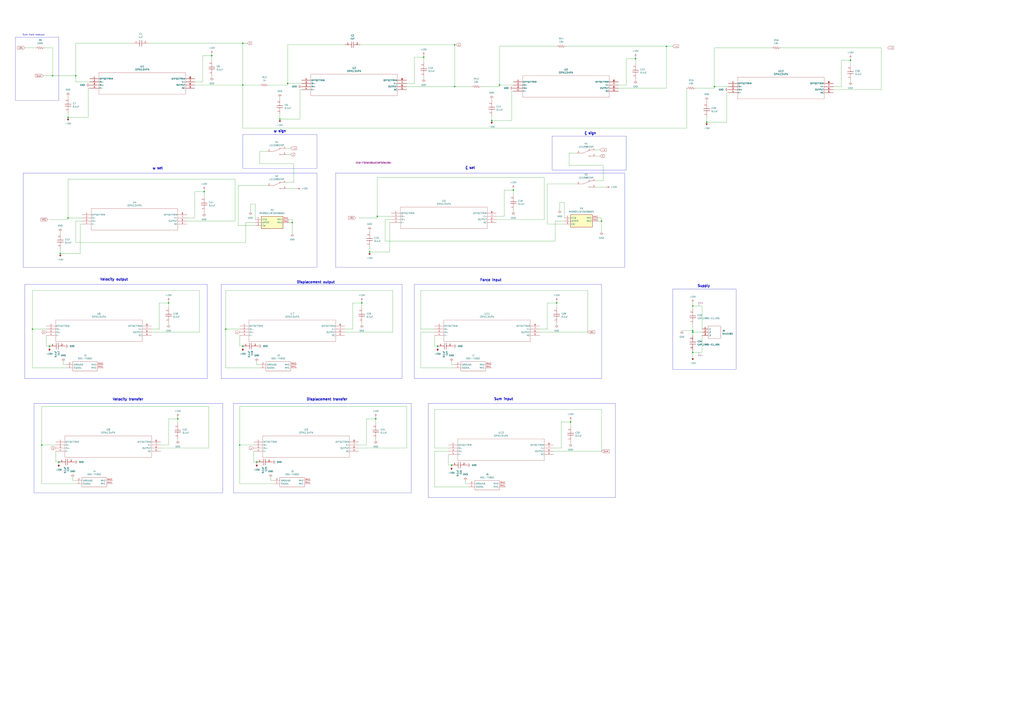
<source format=kicad_sch>
(kicad_sch (version 20250114) (generator "eeschema") (generator_version "9.0")
  (paper "A1")
  (rectangle (start 275.59 142.24) (end 513.08 219.71))
  (rectangle (start 12.7 30.48) (end 48.26 82.55))
  (rectangle (start 20.32 233.68) (end 170.18 311.15))
  (rectangle (start 351.79 331.47) (end 505.46 408.94))
  (rectangle (start 453.39 111.76) (end 514.35 139.7))
  (rectangle (start 181.61 233.68) (end 330.2 311.15))
  (rectangle (start 27.94 331.47) (end 182.88 405.13))
  (rectangle (start 191.77 331.47) (end 337.82 405.13))
  (rectangle (start 19.05 142.24) (end 260.35 219.71))
  (rectangle (start 199.39 110.49) (end 260.35 138.43))
  (rectangle (start 552.45 237.49) (end 604.52 303.53))
  (rectangle (start 340.36 233.68) (end 494.03 311.15))
  (text "ω sign" (at 224.79 108.966 0) (effects (font (size 2 2) (thickness 0.4) (bold yes)) (justify left bottom)))
  (text "Supply" (at 572.77 236.22 0) (effects (font (size 2 2) (thickness 0.4) (bold yes)) (justify left bottom)))
  (text "ζ sign\n" (at 479.806 110.744 0) (effects (font (size 2 2) (thickness 0.4) (bold yes)) (justify left bottom)))
  (text "Sum input" (at 405.638 329.184 0) (effects (font (size 2 2) (thickness 0.4) (bold yes)) (justify left bottom)))
  (text "Sum from modular" (at 27.686 28.702 0) (effects (font (size 1.27 1.27))))
  (text "Velocity output" (at 82.042 230.886 0) (effects (font (size 2 2) (thickness 0.4) (bold yes)) (justify left bottom)))
  (text "Force input" (at 394.208 231.394 0) (effects (font (size 2 2) (thickness 0.4) (bold yes)) (justify left bottom)))
  (text "ω set" (at 125.222 139.446 0) (effects (font (size 2 2) (thickness 0.4) (bold yes)) (justify left bottom)))
  (text "Velocity transfer\n" (at 92.456 329.438 0) (effects (font (size 2 2) (thickness 0.4) (bold yes)) (justify left bottom)))
  (text "Displacement output" (at 243.586 233.172 0) (effects (font (size 2 2) (thickness 0.4) (bold yes)) (justify left bottom)))
  (text "ζ set" (at 382.016 139.192 0) (effects (font (size 2 2) (thickness 0.4) (bold yes)) (justify left bottom)))
  (text "Displacement transfer\n" (at 251.714 329.438 0) (effects (font (size 2 2) (thickness 0.4) (bold yes)) (justify left bottom)))
  (junction (at 373.38 36.83))
  (junction (at 196.85 365.76))
  (junction (at 297.18 248.92))
  (junction (at 359.41 284.48))
  (junction (at 410.21 69.85))
  (junction (at 49.53 208.28))
  (junction (at 468.63 346.71))
  (junction (at 40.64 284.48))
  (junction (at 146.05 344.17))
  (junction (at 421.64 156.21))
  (junction (at 62.23 62.23))
  (junction (at 580.39 100.33))
  (junction (at 199.39 69.85))
  (junction (at 347.98 46.99))
  (junction (at 167.64 157.48))
  (junction (at 457.2 248.92))
  (junction (at 568.96 251.46))
  (junction (at 308.61 344.17))
  (junction (at 698.5 49.53))
  (junction (at 370.84 382.27))
  (junction (at 229.87 97.79))
  (junction (at 586.74 71.12))
  (junction (at 403.86 99.06))
  (junction (at 199.39 284.48))
  (junction (at 568.96 273.05))
  (junction (at 236.22 68.58))
  (junction (at 185.42 270.51))
  (junction (at 303.53 207.01))
  (junction (at 26.67 270.51))
  (junction (at 547.37 38.1))
  (junction (at 494.03 181.61))
  (junction (at 199.39 35.56))
  (junction (at 55.88 96.52))
  (junction (at 173.99 45.72))
  (junction (at 43.18 62.23))
  (junction (at 210.82 379.73))
  (junction (at 521.97 48.26))
  (junction (at 55.88 179.07))
  (junction (at 568.96 271.78))
  (junction (at 34.29 365.76))
  (junction (at 373.38 71.12))
  (junction (at 48.26 379.73))
  (junction (at 138.43 248.92))
  (junction (at 309.88 177.8))
  (junction (at 568.96 289.56))
  (junction (at 240.03 182.88))
  (wire (pts (xy 45.72 370.84) (xy 45.72 379.73)))
  (wire (pts (xy 289.56 270.51) (xy 289.56 248.92)))
  (wire (pts (xy 568.96 288.29) (xy 568.96 289.56)))
  (wire (pts (xy 199.39 284.48) (xy 199.39 285.75)))
  (wire (pts (xy 586.74 72.39) (xy 586.74 71.12)))
  (wire (pts (xy 586.74 39.37) (xy 586.74 71.12)))
  (wire (pts (xy 356.87 368.3) (xy 368.3 368.3)))
  (wire (pts (xy 160.02 157.48) (xy 167.64 157.48)))
  (wire (pts (xy 449.58 248.92) (xy 457.2 248.92)))
  (wire (pts (xy 491.49 181.61) (xy 494.03 181.61)))
  (wire (pts (xy 596.9 76.2) (xy 598.17 76.2)))
  (wire (pts (xy 138.43 247.65) (xy 138.43 248.92)))
  (wire (pts (xy 414.02 177.8) (xy 414.02 156.21)))
  (wire (pts (xy 568.96 266.7) (xy 568.96 271.78)))
  (wire (pts (xy 55.88 180.34) (xy 55.88 179.07)))
  (wire (pts (xy 368.3 373.38) (xy 368.3 382.27)))
  (wire (pts (xy 467.36 135.89) (xy 467.36 125.73)))
  (wire (pts (xy 467.36 125.73) (xy 473.71 125.73)))
  (wire (pts (xy 576.58 275.59) (xy 576.58 289.56)))
  (wire (pts (xy 491.49 179.07) (xy 494.03 179.07)))
  (wire (pts (xy 36.83 39.37) (xy 43.18 39.37)))
  (wire (pts (xy 195.58 152.4) (xy 219.71 152.4)))
  (wire (pts (xy 521.97 64.77) (xy 521.97 66.04)))
  (wire (pts (xy 308.61 360.68) (xy 308.61 361.95)))
  (wire (pts (xy 130.81 270.51) (xy 130.81 248.92)))
  (wire (pts (xy 167.64 157.48) (xy 167.64 161.29)))
  (wire (pts (xy 370.84 299.72) (xy 373.38 299.72)))
  (wire (pts (xy 340.36 68.58) (xy 334.01 68.58)))
  (wire (pts (xy 55.88 96.52) (xy 72.39 96.52)))
  (wire (pts (xy 468.63 363.22) (xy 468.63 364.49)))
  (wire (pts (xy 356.87 370.84) (xy 368.3 370.84)))
  (wire (pts (xy 347.98 45.72) (xy 347.98 46.99)))
  (wire (pts (xy 294.64 179.07) (xy 309.88 179.07)))
  (wire (pts (xy 420.37 74.93) (xy 421.64 74.93)))
  (wire (pts (xy 241.3 134.62) (xy 213.36 134.62)))
  (wire (pts (xy 547.37 38.1) (xy 552.45 38.1)))
  (wire (pts (xy 146.05 342.9) (xy 146.05 344.17)))
  (wire (pts (xy 59.69 392.43) (xy 59.69 394.97)))
  (wire (pts (xy 55.88 147.32) (xy 55.88 179.07)))
  (wire (pts (xy 580.39 96.52) (xy 580.39 100.33)))
  (wire (pts (xy 62.23 62.23) (xy 62.23 67.31)))
  (wire (pts (xy 138.43 365.76) (xy 138.43 344.17)))
  (wire (pts (xy 43.18 62.23) (xy 62.23 62.23)))
  (wire (pts (xy 167.64 173.99) (xy 167.64 175.26)))
  (wire (pts (xy 356.87 336.55) (xy 356.87 368.3)))
  (wire (pts (xy 370.84 297.18) (xy 370.84 299.72)))
  (wire (pts (xy 410.21 69.85) (xy 421.64 69.85)))
  (wire (pts (xy 160.02 179.07) (xy 160.02 157.48)))
  (wire (pts (xy 26.67 238.76) (xy 163.83 238.76)))
  (wire (pts (xy 289.56 270.51) (xy 283.21 270.51)))
  (wire (pts (xy 234.95 121.92) (xy 238.76 121.92)))
  (wire (pts (xy 345.44 302.26) (xy 373.38 302.26)))
  (wire (pts (xy 166.37 67.31) (xy 160.02 67.31)))
  (wire (pts (xy 213.36 134.62) (xy 213.36 124.46)))
  (wire (pts (xy 457.2 248.92) (xy 457.2 252.73)))
  (wire (pts (xy 316.23 180.34) (xy 321.31 180.34)))
  (wire (pts (xy 66.04 184.15) (xy 66.04 208.28)))
  (wire (pts (xy 345.44 238.76) (xy 482.6 238.76)))
  (wire (pts (xy 26.67 302.26) (xy 54.61 302.26)))
  (wire (pts (xy 521.97 48.26) (xy 521.97 52.07)))
  (wire (pts (xy 488.95 123.19) (xy 492.76 123.19)))
  (wire (pts (xy 449.58 270.51) (xy 449.58 248.92)))
  (wire (pts (xy 199.39 69.85) (xy 160.02 69.85)))
  (wire (pts (xy 723.9 73.66) (xy 684.53 73.66)))
  (wire (pts (xy 193.04 147.32) (xy 193.04 181.61)))
  (wire (pts (xy 340.36 46.99) (xy 347.98 46.99)))
  (wire (pts (xy 334.01 368.3) (xy 294.64 368.3)))
  (wire (pts (xy 596.9 76.2) (xy 596.9 100.33)))
  (wire (pts (xy 185.42 270.51) (xy 185.42 302.26)))
  (wire (pts (xy 482.6 238.76) (xy 482.6 273.05)))
  (wire (pts (xy 229.87 93.98) (xy 229.87 97.79)))
  (wire (pts (xy 55.88 179.07) (xy 67.31 179.07)))
  (wire (pts (xy 494.03 179.07) (xy 494.03 181.61)))
  (wire (pts (xy 49.53 204.47) (xy 49.53 208.28)))
  (wire (pts (xy 222.25 394.97) (xy 224.79 394.97)))
  (wire (pts (xy 26.67 238.76) (xy 26.67 270.51)))
  (wire (pts (xy 171.45 368.3) (xy 132.08 368.3)))
  (wire (pts (xy 488.95 128.27) (xy 492.76 128.27)))
  (wire (pts (xy 463.55 184.15) (xy 449.58 184.15)))
  (wire (pts (xy 641.35 39.37) (xy 723.9 39.37)))
  (wire (pts (xy 196.85 334.01) (xy 334.01 334.01)))
  (wire (pts (xy 370.84 382.27) (xy 370.84 383.54)))
  (wire (pts (xy 72.39 72.39) (xy 72.39 96.52)))
  (wire (pts (xy 568.96 289.56) (xy 568.96 293.37)))
  (wire (pts (xy 586.74 71.12) (xy 598.17 71.12)))
  (wire (pts (xy 300.99 344.17) (xy 308.61 344.17)))
  (wire (pts (xy 66.04 184.15) (xy 67.31 184.15)))
  (wire (pts (xy 373.38 36.83) (xy 373.38 71.12)))
  (wire (pts (xy 196.85 365.76) (xy 208.28 365.76)))
  (wire (pts (xy 382.27 397.51) (xy 384.81 397.51)))
  (wire (pts (xy 40.64 180.34) (xy 55.88 180.34)))
  (wire (pts (xy 421.64 172.72) (xy 421.64 173.99)))
  (wire (pts (xy 130.81 270.51) (xy 124.46 270.51)))
  (wire (pts (xy 320.04 182.88) (xy 320.04 207.01)))
  (wire (pts (xy 347.98 63.5) (xy 347.98 64.77)))
  (wire (pts (xy 322.58 273.05) (xy 283.21 273.05)))
  (wire (pts (xy 403.86 81.28) (xy 403.86 82.55)))
  (wire (pts (xy 196.85 365.76) (xy 196.85 397.51)))
  (wire (pts (xy 345.44 302.26) (xy 345.44 273.05)))
  (wire (pts (xy 222.25 392.43) (xy 222.25 394.97)))
  (wire (pts (xy 308.61 342.9) (xy 308.61 344.17)))
  (wire (pts (xy 514.35 69.85) (xy 514.35 48.26)))
  (wire (pts (xy 62.23 62.23) (xy 62.23 35.56)))
  (wire (pts (xy 236.22 36.83) (xy 283.21 36.83)))
  (wire (pts (xy 138.43 365.76) (xy 132.08 365.76)))
  (wire (pts (xy 571.5 72.39) (xy 586.74 72.39)))
  (wire (pts (xy 461.01 346.71) (xy 468.63 346.71)))
  (wire (pts (xy 495.3 135.89) (xy 495.3 148.59)))
  (wire (pts (xy 240.03 182.88) (xy 240.03 191.77)))
  (wire (pts (xy 201.93 182.88) (xy 209.55 182.88)))
  (wire (pts (xy 201.93 182.88) (xy 201.93 199.39)))
  (wire (pts (xy 560.07 271.78) (xy 568.96 271.78)))
  (wire (pts (xy 185.42 238.76) (xy 185.42 270.51)))
  (wire (pts (xy 308.61 344.17) (xy 308.61 347.98)))
  (wire (pts (xy 146.05 360.68) (xy 146.05 361.95)))
  (wire (pts (xy 55.88 92.71) (xy 55.88 96.52)))
  (wire (pts (xy 185.42 238.76) (xy 322.58 238.76)))
  (wire (pts (xy 303.53 207.01) (xy 320.04 207.01)))
  (wire (pts (xy 414.02 156.21) (xy 421.64 156.21)))
  (wire (pts (xy 370.84 382.27) (xy 368.3 382.27)))
  (wire (pts (xy 241.3 149.86) (xy 241.3 134.62)))
  (wire (pts (xy 196.85 334.01) (xy 196.85 365.76)))
  (wire (pts (xy 347.98 46.99) (xy 347.98 50.8)))
  (wire (pts (xy 482.6 273.05) (xy 443.23 273.05)))
  (wire (pts (xy 461.01 368.3) (xy 461.01 346.71)))
  (wire (pts (xy 34.29 365.76) (xy 34.29 397.51)))
  (wire (pts (xy 72.39 72.39) (xy 73.66 72.39)))
  (wire (pts (xy 403.86 95.25) (xy 403.86 99.06)))
  (wire (pts (xy 130.81 248.92) (xy 138.43 248.92)))
  (wire (pts (xy 410.21 38.1) (xy 410.21 69.85)))
  (wire (pts (xy 563.88 72.39) (xy 563.88 105.41)))
  (wire (pts (xy 167.64 156.21) (xy 167.64 157.48)))
  (wire (pts (xy 210.82 379.73) (xy 208.28 379.73)))
  (wire (pts (xy 410.21 38.1) (xy 457.2 38.1)))
  (wire (pts (xy 382.27 394.97) (xy 382.27 397.51)))
  (wire (pts (xy 193.04 181.61) (xy 153.67 181.61)))
  (wire (pts (xy 457.2 265.43) (xy 457.2 266.7)))
  (wire (pts (xy 237.49 180.34) (xy 240.03 180.34)))
  (wire (pts (xy 394.97 71.12) (xy 410.21 71.12)))
  (wire (pts (xy 359.41 284.48) (xy 359.41 285.75)))
  (wire (pts (xy 488.95 153.67) (xy 497.84 153.67)))
  (wire (pts (xy 580.39 82.55) (xy 580.39 83.82)))
  (wire (pts (xy 34.29 365.76) (xy 45.72 365.76)))
  (wire (pts (xy 210.82 299.72) (xy 213.36 299.72)))
  (wire (pts (xy 199.39 105.41) (xy 563.88 105.41)))
  (wire (pts (xy 43.18 39.37) (xy 43.18 62.23)))
  (wire (pts (xy 345.44 270.51) (xy 356.87 270.51)))
  (wire (pts (xy 547.37 72.39) (xy 508 72.39)))
  (wire (pts (xy 698.5 66.04) (xy 698.5 67.31)))
  (wire (pts (xy 40.64 284.48) (xy 38.1 284.48)))
  (wire (pts (xy 220.98 69.85) (xy 236.22 69.85)))
  (wire (pts (xy 236.22 68.58) (xy 247.65 68.58)))
  (wire (pts (xy 34.29 334.01) (xy 34.29 365.76)))
  (wire (pts (xy 723.9 39.37) (xy 723.9 73.66)))
  (wire (pts (xy 447.04 180.34) (xy 407.67 180.34)))
  (wire (pts (xy 421.64 156.21) (xy 421.64 160.02)))
  (wire (pts (xy 303.53 189.23) (xy 303.53 190.5)))
  (wire (pts (xy 59.69 394.97) (xy 62.23 394.97)))
  (wire (pts (xy 421.64 154.94) (xy 421.64 156.21)))
  (wire (pts (xy 62.23 199.39) (xy 62.23 181.61)))
  (wire (pts (xy 457.2 247.65) (xy 457.2 248.92)))
  (wire (pts (xy 163.83 273.05) (xy 124.46 273.05)))
  (wire (pts (xy 199.39 284.48) (xy 196.85 284.48)))
  (wire (pts (xy 576.58 270.51) (xy 576.58 251.46)))
  (wire (pts (xy 309.88 146.05) (xy 309.88 177.8)))
  (wire (pts (xy 494.03 336.55) (xy 494.03 370.84)))
  (wire (pts (xy 185.42 302.26) (xy 213.36 302.26)))
  (wire (pts (xy 234.95 154.94) (xy 243.84 154.94)))
  (wire (pts (xy 48.26 379.73) (xy 45.72 379.73)))
  (wire (pts (xy 488.95 148.59) (xy 495.3 148.59)))
  (wire (pts (xy 48.26 379.73) (xy 48.26 381)))
  (wire (pts (xy 138.43 248.92) (xy 138.43 252.73)))
  (wire (pts (xy 455.93 198.12) (xy 316.23 198.12)))
  (wire (pts (xy 568.96 251.46) (xy 568.96 254)))
  (wire (pts (xy 208.28 370.84) (xy 208.28 379.73)))
  (wire (pts (xy 121.92 35.56) (xy 199.39 35.56)))
  (wire (pts (xy 196.85 275.59) (xy 196.85 284.48)))
  (wire (pts (xy 468.63 345.44) (xy 468.63 346.71)))
  (wire (pts (xy 420.37 74.93) (xy 420.37 99.06)))
  (wire (pts (xy 297.18 248.92) (xy 297.18 252.73)))
  (wire (pts (xy 173.99 44.45) (xy 173.99 45.72)))
  (wire (pts (xy 209.55 167.64) (xy 209.55 180.34)))
  (wire (pts (xy 229.87 80.01) (xy 229.87 81.28)))
  (wire (pts (xy 163.83 238.76) (xy 163.83 273.05)))
  (wire (pts (xy 690.88 71.12) (xy 690.88 49.53)))
  (wire (pts (xy 26.67 270.51) (xy 26.67 302.26)))
  (wire (pts (xy 62.23 67.31) (xy 73.66 67.31)))
  (wire (pts (xy 309.88 179.07) (xy 309.88 177.8)))
  (wire (pts (xy 49.53 208.28) (xy 66.04 208.28)))
  (wire (pts (xy 173.99 62.23) (xy 173.99 63.5)))
  (wire (pts (xy 547.37 38.1) (xy 547.37 72.39)))
  (wire (pts (xy 461.01 368.3) (xy 454.66 368.3)))
  (wire (pts (xy 52.07 297.18) (xy 52.07 299.72)))
  (wire (pts (xy 698.5 49.53) (xy 698.5 53.34)))
  (wire (pts (xy 521.97 46.99) (xy 521.97 48.26)))
  (wire (pts (xy 138.43 265.43) (xy 138.43 266.7)))
  (wire (pts (xy 240.03 180.34) (xy 240.03 182.88)))
  (wire (pts (xy 334.01 334.01) (xy 334.01 368.3)))
  (wire (pts (xy 289.56 248.92) (xy 297.18 248.92)))
  (wire (pts (xy 690.88 49.53) (xy 698.5 49.53)))
  (wire (pts (xy 495.3 135.89) (xy 467.36 135.89)))
  (wire (pts (xy 40.64 284.48) (xy 40.64 285.75)))
  (wire (pts (xy 297.18 247.65) (xy 297.18 248.92)))
  (wire (pts (xy 236.22 36.83) (xy 236.22 68.58)))
  (wire (pts (xy 316.23 198.12) (xy 316.23 180.34)))
  (wire (pts (xy 297.18 265.43) (xy 297.18 266.7)))
  (wire (pts (xy 49.53 190.5) (xy 49.53 191.77)))
  (wire (pts (xy 300.99 365.76) (xy 300.99 344.17)))
  (wire (pts (xy 210.82 379.73) (xy 210.82 381)))
  (wire (pts (xy 514.35 48.26) (xy 521.97 48.26)))
  (wire (pts (xy 246.38 73.66) (xy 247.65 73.66)))
  (wire (pts (xy 55.88 147.32) (xy 193.04 147.32)))
  (wire (pts (xy 345.44 273.05) (xy 356.87 273.05)))
  (wire (pts (xy 199.39 69.85) (xy 199.39 105.41)))
  (wire (pts (xy 586.74 39.37) (xy 633.73 39.37)))
  (wire (pts (xy 138.43 344.17) (xy 146.05 344.17)))
  (wire (pts (xy 356.87 336.55) (xy 494.03 336.55)))
  (wire (pts (xy 514.35 69.85) (xy 508 69.85)))
  (wire (pts (xy 295.91 36.83) (xy 373.38 36.83)))
  (wire (pts (xy 468.63 346.71) (xy 468.63 350.52)))
  (wire (pts (xy 410.21 71.12) (xy 410.21 69.85)))
  (wire (pts (xy 229.87 97.79) (xy 246.38 97.79)))
  (wire (pts (xy 345.44 238.76) (xy 345.44 270.51)))
  (wire (pts (xy 459.74 166.37) (xy 459.74 172.72)))
  (wire (pts (xy 166.37 67.31) (xy 166.37 45.72)))
  (wire (pts (xy 303.53 203.2) (xy 303.53 207.01)))
  (wire (pts (xy 455.93 181.61) (xy 463.55 181.61)))
  (wire (pts (xy 576.58 273.05) (xy 568.96 273.05)))
  (wire (pts (xy 356.87 400.05) (xy 384.81 400.05)))
  (wire (pts (xy 26.67 270.51) (xy 38.1 270.51)))
  (wire (pts (xy 201.93 199.39) (xy 62.23 199.39)))
  (wire (pts (xy 300.99 365.76) (xy 294.64 365.76)))
  (wire (pts (xy 356.87 400.05) (xy 356.87 370.84)))
  (wire (pts (xy 210.82 297.18) (xy 210.82 299.72)))
  (wire (pts (xy 494.03 370.84) (xy 454.66 370.84)))
  (wire (pts (xy 568.96 273.05) (xy 568.96 275.59)))
  (wire (pts (xy 246.38 73.66) (xy 246.38 97.79)))
  (wire (pts (xy 205.74 167.64) (xy 205.74 173.99)))
  (wire (pts (xy 20.32 39.37) (xy 29.21 39.37)))
  (wire (pts (xy 309.88 146.05) (xy 447.04 146.05)))
  (wire (pts (xy 494.03 181.61) (xy 494.03 190.5)))
  (wire (pts (xy 234.95 127) (xy 238.76 127)))
  (wire (pts (xy 35.56 62.23) (xy 43.18 62.23)))
  (wire (pts (xy 320.04 182.88) (xy 321.31 182.88)))
  (wire (pts (xy 414.02 177.8) (xy 407.67 177.8)))
  (wire (pts (xy 373.38 71.12) (xy 387.35 71.12)))
  (wire (pts (xy 576.58 251.46) (xy 568.96 251.46)))
  (wire (pts (xy 171.45 334.01) (xy 171.45 368.3)))
  (wire (pts (xy 195.58 185.42) (xy 195.58 152.4)))
  (wire (pts (xy 690.88 71.12) (xy 684.53 71.12)))
  (wire (pts (xy 34.29 397.51) (xy 62.23 397.51)))
  (wire (pts (xy 236.22 69.85) (xy 236.22 68.58)))
  (wire (pts (xy 38.1 275.59) (xy 38.1 284.48)))
  (wire (pts (xy 459.74 166.37) (xy 463.55 166.37)))
  (wire (pts (xy 464.82 38.1) (xy 547.37 38.1)))
  (wire (pts (xy 199.39 69.85) (xy 213.36 69.85)))
  (wire (pts (xy 199.39 35.56) (xy 199.39 69.85)))
  (wire (pts (xy 62.23 181.61) (xy 67.31 181.61)))
  (wire (pts (xy 34.29 334.01) (xy 171.45 334.01)))
  (wire (pts (xy 185.42 270.51) (xy 196.85 270.51)))
  (wire (pts (xy 373.38 71.12) (xy 334.01 71.12)))
  (wire (pts (xy 455.93 181.61) (xy 455.93 198.12)))
  (wire (pts (xy 196.85 397.51) (xy 224.79 397.51)))
  (wire (pts (xy 403.86 99.06) (xy 420.37 99.06)))
  (wire (pts (xy 568.96 248.92) (xy 568.96 251.46)))
  (wire (pts (xy 449.58 270.51) (xy 443.23 270.51)))
  (wire (pts (xy 449.58 184.15) (xy 449.58 151.13)))
  (wire (pts (xy 359.41 284.48) (xy 356.87 284.48)))
  (wire (pts (xy 356.87 275.59) (xy 356.87 284.48)))
  (wire (pts (xy 146.05 344.17) (xy 146.05 347.98)))
  (wire (pts (xy 237.49 182.88) (xy 240.03 182.88)))
  (wire (pts (xy 62.23 35.56) (xy 109.22 35.56)))
  (wire (pts (xy 322.58 238.76) (xy 322.58 273.05)))
  (wire (pts (xy 199.39 35.56) (xy 203.2 35.56)))
  (wire (pts (xy 309.88 177.8) (xy 321.31 177.8)))
  (wire (pts (xy 580.39 100.33) (xy 596.9 100.33)))
  (wire (pts (xy 166.37 45.72) (xy 173.99 45.72)))
  (wire (pts (xy 209.55 185.42) (xy 195.58 185.42)))
  (wire (pts (xy 173.99 45.72) (xy 173.99 49.53)))
  (wire (pts (xy 568.96 271.78) (xy 568.96 273.05)))
  (wire (pts (xy 160.02 179.07) (xy 153.67 179.07)))
  (wire (pts (xy 205.74 167.64) (xy 209.55 167.64)))
  (wire (pts (xy 52.07 299.72) (xy 54.61 299.72)))
  (wire (pts (xy 449.58 151.13) (xy 473.71 151.13)))
  (wire (pts (xy 213.36 124.46) (xy 219.71 124.46)))
  (wire (pts (xy 373.38 36.83) (xy 374.65 36.83)))
  (wire (pts (xy 55.88 78.74) (xy 55.88 80.01)))
  (wire (pts (xy 576.58 289.56) (xy 568.96 289.56)))
  (wire (pts (xy 340.36 68.58) (xy 340.36 46.99)))
  (wire (pts (xy 234.95 149.86) (xy 241.3 149.86)))
  (wire (pts (xy 447.04 146.05) (xy 447.04 180.34)))
  (wire (pts (xy 463.55 166.37) (xy 463.55 179.07)))
  (wire (pts (xy 698.5 48.26) (xy 698.5 49.53)))
  (global_label "V" (shape input) (at 492.76 128.27 0) (property "Intersheetrefs" "${INTERSHEET_REFS}" (effects (hide yes))))
  (global_label "-x" (shape input) (at 552.45 38.1 0) (property "Intersheetrefs" "${INTERSHEET_REFS}" (effects (hide yes))))
  (global_label "V" (shape input) (at 38.1 273.05 180) (property "Intersheetrefs" "${INTERSHEET_REFS}" (effects (hide yes))))
  (global_label "VR4" (shape input) (at 20.32 39.37 180) (property "Intersheetrefs" "${INTERSHEET_REFS}" (effects (hide yes))))
  (global_label "-V" (shape input) (at 728.98 39.37 0) (property "Intersheetrefs" "${INTERSHEET_REFS}" (effects (hide yes))))
  (global_label "x" (shape input) (at 208.28 368.3 180) (property "Intersheetrefs" "${INTERSHEET_REFS}" (effects (hide yes))))
  (global_label "V" (shape input) (at 45.72 368.3 180) (property "Intersheetrefs" "${INTERSHEET_REFS}" (effects (hide yes))))
  (global_label "x" (shape input) (at 374.65 36.83 0) (property "Intersheetrefs" "${INTERSHEET_REFS}" (effects (hide yes))))
  (global_label "x" (shape input) (at 196.85 273.05 180) (property "Intersheetrefs" "${INTERSHEET_REFS}" (effects (hide yes))))
  (global_label "VR1" (shape input) (at 292.1 179.07 180) (property "Intersheetrefs" "${INTERSHEET_REFS}" (effects (hide yes))))
  (global_label "VR4" (shape input) (at 482.6 273.05 0) (property "Intersheetrefs" "${INTERSHEET_REFS}" (effects (hide yes))))
  (global_label "Sum" (shape input) (at 494.03 370.84 0) (property "Intersheetrefs" "${INTERSHEET_REFS}" (effects (hide yes))))
  (global_label "-x" (shape input) (at 238.76 121.92 0) (property "Intersheetrefs" "${INTERSHEET_REFS}" (effects (hide yes))))
  (global_label "Sum" (shape input) (at 35.56 62.23 180) (property "Intersheetrefs" "${INTERSHEET_REFS}" (effects (hide yes))))
  (global_label "x" (shape input) (at 238.76 127 0) (property "Intersheetrefs" "${INTERSHEET_REFS}" (effects (hide yes))))
  (global_label "-V" (shape input) (at 492.76 123.19 0) (property "Intersheetrefs" "${INTERSHEET_REFS}" (effects (hide yes))))
  (global_label "V" (shape input) (at 203.2 35.56 0) (property "Intersheetrefs" "${INTERSHEET_REFS}" (effects (hide yes))))
  (global_label "VR2" (shape input) (at 39.37 180.34 180) (property "Intersheetrefs" "${INTERSHEET_REFS}" (effects (hide yes))))
  (netclass_flag "" (length 2.54) (shape round) (at 574.04 251.46 0) (property "Netclass" "V+" (at 574.7385 248.92 0) (effects (font (italic yes)) (justify left))))
  (netclass_flag "" (length 2.54) (shape round) (at 574.04 289.56 180) (property "Netclass" "V-" (at 574.7385 292.1 0) (effects (font (italic yes)) (justify left))))
  (symbol (lib_id "power:GND") (at 468.63 364.49 0) (unit 1)
    (property "Reference" "#PWR074" (effects (hide yes)))
    (property "Value" "GND" (at 468.63 369.57 0))
  )
  (symbol (lib_id "LC1258EENP:LC1258EENP") (at 481.33 125.73 0) (unit 1)
    (property "Reference" "S4" (at 481.33 118.11 0))
    (property "Value" "LC1258EENP" (at 481.33 120.65 0))
    (property "Footprint" "LC1258EENP:SW_LC1258EENP" (effects (hide yes)))
    (property "PARTREV" "C" (effects (hide yes)))
    (property "SNAPEDA_PN" "LC1258EENP" (effects (hide yes)))
    (property "STANDARD" "Manufacturer Recommendations" (effects (hide yes)))
    (property "MAXIMUM_PACKAGE_HEIGHT" "8.3 mm" (effects (hide yes)))
    (property "MANUFACTURER" "E-Switch" (effects (hide yes)))
  )
  (symbol (lib_id "power:GND") (at 383.54 382.27 90) (unit 1)
    (property "Reference" "#PWR073" (effects (hide yes)))
    (property "Value" "GND" (at 387.35 382.2699 90) (effects (justify right)))
  )
  (symbol (lib_id "power:+15V") (at 243.84 154.94 270) (unit 1)
    (property "Reference" "#PWR060" (effects (hide yes)))
    (property "Value" "+15V" (at 247.65 154.9399 90) (effects (justify left)))
  )
  (symbol (lib_id "2025-12-18_09-12-02:OPA134PA") (at 73.66 64.77 0) (unit 1)
    (property "Reference" "U1" (at 116.84 54.61 0) (effects (font (size 1.524 1.524))))
    (property "Value" "OPA134PA" (at 116.84 57.15 0) (effects (font (size 1.524 1.524))))
    (property "Footprint" "OPA134:P8" (effects (hide yes)))
    (property "Datasheet" "https://www.ti.com/lit/gpn/opa134" (effects (hide yes)))
  )
  (symbol (lib_id "power:+15V") (at 146.05 342.9 0) (unit 1)
    (property "Reference" "#PWR015" (effects (hide yes)))
    (property "Value" "+15V" (at 146.05 337.82 0))
  )
  (symbol (lib_id "2025-12-18_09-12-02:OPA134PA") (at 196.85 267.97 0) (unit 1)
    (property "Reference" "U7" (at 240.03 257.81 0) (effects (font (size 1.524 1.524))))
    (property "Value" "OPA134PA" (at 240.03 260.35 0) (effects (font (size 1.524 1.524))))
    (property "Footprint" "OPA134:P8" (effects (hide yes)))
    (property "Datasheet" "https://www.ti.com/lit/gpn/opa134" (effects (hide yes)))
  )
  (symbol (lib_id "ECW-FD2W105J:ECW-FD2W105J") (at 40.64 284.48 0) (unit 1)
    (property "Reference" "C17" (at 48.2601 288.29 90) (effects (justify right)))
    (property "Value" "0.1uF" (at 45.7201 288.29 90) (effects (justify right)))
    (property "Footprint" "Capacitor_THT:C_Rect_L13.0mm_W6.5mm_P7.50mm_P10.00mm" (effects (hide yes)))
  )
  (symbol (lib_id "power:-15V") (at 568.96 293.37 180) (unit 1)
    (property "Reference" "#PWR058" (effects (hide yes)))
    (property "Value" "-15V" (at 568.96 298.45 0))
  )
  (symbol (lib_id "ECW-FD2W105J:ECW-FD2W105J") (at 297.18 265.43 90) (unit 1)
    (property "Reference" "C20" (at 300.99 257.8099 90) (effects (justify right)))
    (property "Value" "0.1uF" (at 300.99 260.3499 90) (effects (justify right)))
    (property "Footprint" "Capacitor_THT:C_Rect_L13.0mm_W6.5mm_P7.50mm_P10.00mm" (effects (hide yes)))
  )
  (symbol (lib_id "2025-12-18_09-12-02:OPA134PA") (at 38.1 267.97 0) (unit 1)
    (property "Reference" "U6" (at 81.28 257.81 0) (effects (font (size 1.524 1.524))))
    (property "Value" "OPA134PA" (at 81.28 260.35 0) (effects (font (size 1.524 1.524))))
    (property "Footprint" "OPA134:P8" (effects (hide yes)))
    (property "Datasheet" "https://www.ti.com/lit/gpn/opa134" (effects (hide yes)))
  )
  (symbol (lib_id "RK09D113F25C0B504:RK09D113F25C0B504") (at 209.55 180.34 0) (unit 1)
    (property "Reference" "P2" (at 223.52 172.72 0))
    (property "Value" "RK09D113F25C0B504" (at 223.52 175.26 0))
    (property "Footprint" "LIB_RK09D113F25C0B504:RK09D113F25C0B504" (effects (hide yes)))
    (property "Datasheet" "https://www.google.com/url?sa=t&rct=j&q=&esrc=s&source=web&cd=&ved=2ahUKEwjZ4p3nqJP2AhUPHxoKHa9WDbsQFnoECAkQAQ&url=https%3A%2F%2Ftech.alpsalpine.com%2Fprod%2Fe%2Fpdf%2Fpotentiometer%2Frotarypotentiometers%2Frk09k%2Frk09k.pdf&usg=AOvVaw1V8Li5X_BevBLehA-3mp" (effects (hide yes)))
    (property "Height" "25" (effects (hide yes)))
    (property "Mouser Part Number" "688-RK09D113F25-500K" (effects (hide yes)))
    (property "Mouser Price/Stock" "https://www.mouser.co.uk/ProductDetail/Alps-Alpine/RK09D113F25C0B504?qs=7Sb4WzetO8%252B4m0Y%252B8hcNJw%3D%3D" (effects (hide yes)))
    (property "Manufacturer_Name" "ALPS Electric" (effects (hide yes)))
    (property "Manufacturer_Part_Number" "RK09D113F25C0B504" (effects (hide yes)))
  )
  (symbol (lib_id "power:GND") (at 297.18 266.7 0) (unit 1)
    (property "Reference" "#PWR053" (effects (hide yes)))
    (property "Value" "GND" (at 297.18 271.78 0))
  )
  (symbol (lib_id "ECW-FD2W105J:ECW-FD2W105J") (at 421.64 172.72 90) (unit 1)
    (property "Reference" "C16" (at 425.45 165.0999 90) (effects (justify right)))
    (property "Value" "0.1uF" (at 425.45 167.6399 90) (effects (justify right)))
    (property "Footprint" "Capacitor_THT:C_Rect_L13.0mm_W6.5mm_P7.50mm_P10.00mm" (effects (hide yes)))
  )
  (symbol (lib_id "power:GND") (at 521.97 66.04 0) (unit 1)
    (property "Reference" "#PWR049" (effects (hide yes)))
    (property "Value" "GND" (at 521.97 71.12 0))
  )
  (symbol (lib_id "power:-15V") (at 359.41 285.75 180) (unit 1)
    (property "Reference" "#PWR062" (effects (hide yes)))
    (property "Value" "-15V" (at 359.41 290.83 0))
  )
  (symbol (lib_id "power:GND") (at 55.88 78.74 180) (unit 1)
    (property "Reference" "#PWR025" (effects (hide yes)))
    (property "Value" "GND" (at 55.88 73.66 0))
  )
  (symbol (lib_id "power:GND") (at 210.82 297.18 180) (unit 1)
    (property "Reference" "#PWR033" (effects (hide yes)))
    (property "Value" "GND" (at 210.82 292.1 0))
  )
  (symbol (lib_id "power:GND") (at 173.99 63.5 0) (unit 1)
    (property "Reference" "#PWR047" (effects (hide yes)))
    (property "Value" "GND" (at 173.99 68.58 0))
  )
  (symbol (lib_id "031-71052:031-71052") (at 62.23 394.97 0) (unit 1)
    (property "Reference" "J4" (at 77.47 387.35 0))
    (property "Value" "031-71052" (at 77.47 389.89 0))
    (property "Footprint" "031-71052:03171052" (effects (hide yes)))
    (property "Datasheet" "https://www.amphenolrf.com/library/download/link/link_id/594157/parent/031-71052/" (effects (hide yes)))
    (property "Description" "BNC Right Angle PCB Jack Through Hole Bulkhead Rear Mount 75 Ohm Isolated" (effects (hide yes)))
    (property "Height" "13.4" (effects (hide yes)))
    (property "Manufacturer_Name" "Amphenol" (effects (hide yes)))
    (property "Manufacturer_Part_Number" "031-71052" (effects (hide yes)))
  )
  (symbol (lib_id "LC1258EENP:LC1258EENP") (at 481.33 151.13 0) (unit 1)
    (property "Reference" "S3" (at 481.33 143.51 0))
    (property "Value" "LC1258EENP" (at 481.33 146.05 0))
    (property "Footprint" "LC1258EENP:SW_LC1258EENP" (effects (hide yes)))
    (property "PARTREV" "C" (effects (hide yes)))
    (property "SNAPEDA_PN" "LC1258EENP" (effects (hide yes)))
    (property "STANDARD" "Manufacturer Recommendations" (effects (hide yes)))
    (property "MAXIMUM_PACKAGE_HEIGHT" "8.3 mm" (effects (hide yes)))
    (property "MANUFACTURER" "E-Switch" (effects (hide yes)))
  )
  (symbol (lib_id "ECW-FD2W105J:ECW-FD2W105J") (at 521.97 64.77 90) (unit 1)
    (property "Reference" "C12" (at 525.78 57.1499 90) (effects (justify right)))
    (property "Value" "0.1uF" (at 525.78 59.6899 90) (effects (justify right)))
    (property "Footprint" "Capacitor_THT:C_Rect_L13.0mm_W6.5mm_P7.50mm_P10.00mm" (effects (hide yes)))
  )
  (symbol (lib_id "ECW-FD2W105J:ECW-FD2W105J") (at 48.26 379.73 0) (unit 1)
    (property "Reference" "C21" (at 55.8801 383.54 90) (effects (justify right)))
    (property "Value" "0.1uF" (at 53.3401 383.54 90) (effects (justify right)))
    (property "Footprint" "Capacitor_THT:C_Rect_L13.0mm_W6.5mm_P7.50mm_P10.00mm" (effects (hide yes)))
  )
  (symbol (lib_id "power:GND") (at 494.03 190.5 0) (unit 1)
    (property "Reference" "#PWR065" (effects (hide yes)))
    (property "Value" "GND" (at 494.03 195.58 0))
  )
  (symbol (lib_id "power:-15V") (at 580.39 100.33 180) (unit 1)
    (property "Reference" "#PWR069" (effects (hide yes)))
    (property "Value" "-15V" (at 580.39 105.41 0))
  )
  (symbol (lib_id "power:-15V") (at 303.53 207.01 180) (unit 1)
    (property "Reference" "#PWR040" (effects (hide yes)))
    (property "Value" "-15V" (at 303.53 212.09 0))
  )
  (symbol (lib_id "power:+15V") (at 497.84 153.67 270) (unit 1)
    (property "Reference" "#PWR061" (effects (hide yes)))
    (property "Value" "+15V" (at 501.65 153.6699 90) (effects (justify left)))
  )
  (symbol (lib_id "power:GND") (at 698.5 67.31 0) (unit 1)
    (property "Reference" "#PWR070" (effects (hide yes)))
    (property "Value" "GND" (at 698.5 72.39 0))
  )
  (symbol (lib_id "power:+15V") (at 568.96 248.92 0) (unit 1)
    (property "Reference" "#PWR056" (effects (hide yes)))
    (property "Value" "+15V" (at 568.96 243.84 0))
  )
  (symbol (lib_id "ECW-FD2W105J:ECW-FD2W105J") (at 283.21 36.83 0) (unit 1)
    (property "Reference" "C2" (at 289.56 29.21 0))
    (property "Value" "1uF" (at 289.56 31.75 0))
    (property "Footprint" "ECW-FD2W105J:ECWFD2W105J" (at 292.1 133.02 0) (effects (justify left top)))
    (property "Datasheet" "https://industrial.panasonic.com/cdbs/www-data/pdf/RDI0000/ABD0000C255.pdf" (effects (hide yes)))
    (property "Height" "11" (effects (hide yes)))
    (property "Mouser Part Number" "667-ECW-FD2W105J" (effects (hide yes)))
    (property "Mouser Price/Stock" "https://www.mouser.co.uk/ProductDetail/Panasonic/ECW-FD2W105J?qs=qeco7YeAuFAUNtGajKW2fQ%3D%3D" (effects (hide yes)))
    (property "Manufacturer_Name" "Panasonic" (effects (hide yes)))
    (property "Manufacturer_Part_Number" "ECW-FD2W105J" (effects (hide yes)))
  )
  (symbol (lib_id "power:-15V") (at 403.86 99.06 180) (unit 1)
    (property "Reference" "#PWR038" (effects (hide yes)))
    (property "Value" "-15V" (at 403.86 104.14 0))
  )
  (symbol (lib_name "GND_1") (lib_id "power:GND") (at 598.17 73.66 270) (unit 1)
    (property "Reference" "#PWR04" (effects (hide yes)))
    (property "Value" "GND" (at 594.36 73.6599 90) (effects (justify right)))
    (property "Description" "Power symbol creates a global label with name \"GND\" , ground" (effects (hide yes)))
  )
  (symbol (lib_id "ECW-FD2W105J:ECW-FD2W105J") (at 303.53 203.2 90) (unit 1)
    (property "Reference" "C15" (at 307.34 195.5799 90) (effects (justify right)))
    (property "Value" "0.1uF" (at 307.34 198.1199 90) (effects (justify right)))
    (property "Footprint" "Capacitor_THT:C_Rect_L13.0mm_W6.5mm_P7.50mm_P10.00mm" (effects (hide yes)))
  )
  (symbol (lib_id "ECW-FD2W105J:ECW-FD2W105J") (at 210.82 379.73 0) (unit 1)
    (property "Reference" "C23" (at 218.4401 383.54 90) (effects (justify right)))
    (property "Value" "0.1uF" (at 215.9001 383.54 90) (effects (justify right)))
    (property "Footprint" "Capacitor_THT:C_Rect_L13.0mm_W6.5mm_P7.50mm_P10.00mm" (effects (hide yes)))
  )
  (symbol (lib_id "031-71052:031-71052") (at 373.38 299.72 0) (unit 1)
    (property "Reference" "J7" (at 388.62 292.1 0))
    (property "Value" "031-71052" (at 388.62 294.64 0))
    (property "Footprint" "031-71052:03171052" (effects (hide yes)))
    (property "Datasheet" "https://www.amphenolrf.com/library/download/link/link_id/594157/parent/031-71052/" (effects (hide yes)))
    (property "Description" "BNC Right Angle PCB Jack Through Hole Bulkhead Rear Mount 75 Ohm Isolated" (effects (hide yes)))
    (property "Height" "13.4" (effects (hide yes)))
    (property "Manufacturer_Name" "Amphenol" (effects (hide yes)))
    (property "Manufacturer_Part_Number" "031-71052" (effects (hide yes)))
  )
  (symbol (lib_id "ECW-FD2W105J:ECW-FD2W105J") (at 55.88 92.71 90) (unit 1)
    (property "Reference" "C7" (at 59.69 85.0899 90) (effects (justify right)))
    (property "Value" "0.1uF" (at 59.69 87.6299 90) (effects (justify right)))
    (property "Footprint" "Capacitor_THT:C_Rect_L13.0mm_W6.5mm_P7.50mm_P10.00mm" (effects (hide yes)))
  )
  (symbol (lib_id "ECW-FD2W105J:ECW-FD2W105J") (at 359.41 284.48 0) (unit 1)
    (property "Reference" "C27" (at 367.0301 288.29 90) (effects (justify right)))
    (property "Value" "0.1uF" (at 364.4901 288.29 90) (effects (justify right)))
    (property "Footprint" "Capacitor_THT:C_Rect_L13.0mm_W6.5mm_P7.50mm_P10.00mm" (effects (hide yes)))
  )
  (symbol (lib_id "power:+15V") (at 138.43 247.65 0) (unit 1)
    (property "Reference" "#PWR013" (effects (hide yes)))
    (property "Value" "+15V" (at 138.43 242.57 0))
  )
  (symbol (lib_id "LC1258EENP:LC1258EENP") (at 227.33 124.46 0) (unit 1)
    (property "Reference" "S1" (at 227.33 116.84 0))
    (property "Value" "LC1258EENP" (at 227.33 119.38 0))
    (property "Footprint" "LC1258EENP:SW_LC1258EENP" (effects (hide yes)))
    (property "PARTREV" "C" (effects (hide yes)))
    (property "SNAPEDA_PN" "LC1258EENP" (effects (hide yes)))
    (property "STANDARD" "Manufacturer Recommendations" (effects (hide yes)))
    (property "MAXIMUM_PACKAGE_HEIGHT" "8.3 mm" (effects (hide yes)))
    (property "MANUFACTURER" "E-Switch" (effects (hide yes)))
  )
  (symbol (lib_id "power:+15V") (at 521.97 46.99 0) (unit 1)
    (property "Reference" "#PWR010" (effects (hide yes)))
    (property "Value" "+15V" (at 521.97 41.91 0))
  )
  (symbol (lib_id "power:+15V") (at 421.64 154.94 0) (unit 1)
    (property "Reference" "#PWR012" (effects (hide yes)))
    (property "Value" "+15V" (at 421.64 149.86 0))
  )
  (symbol (lib_id "2025-12-18_09-12-02:OPA134PA") (at 45.72 363.22 0) (unit 1)
    (property "Reference" "U8" (at 88.9 353.06 0) (effects (font (size 1.524 1.524))))
    (property "Value" "OPA134PA" (at 88.9 355.6 0) (effects (font (size 1.524 1.524))))
    (property "Footprint" "OPA134:P8" (effects (hide yes)))
    (property "Datasheet" "https://www.ti.com/lit/gpn/opa134" (effects (hide yes)))
  )
  (symbol (lib_id "power:GND") (at 59.69 392.43 180) (unit 1)
    (property "Reference" "#PWR034" (effects (hide yes)))
    (property "Value" "GND" (at 59.69 387.35 0))
  )
  (symbol (lib_id "power:GND") (at 308.61 361.95 0) (unit 1)
    (property "Reference" "#PWR055" (effects (hide yes)))
    (property "Value" "GND" (at 308.61 367.03 0))
  )
  (symbol (lib_id "power:GND") (at 240.03 191.77 0) (unit 1)
    (property "Reference" "#PWR064" (effects (hide yes)))
    (property "Value" "GND" (at 240.03 196.85 0))
  )
  (symbol (lib_name "GND_1") (lib_id "power:GND") (at 421.64 72.39 270) (unit 1)
    (property "Reference" "#PWR03" (effects (hide yes)))
    (property "Value" "GND" (at 417.83 72.3899 90) (effects (justify right)))
    (property "Description" "Power symbol creates a global label with name \"GND\" , ground" (effects (hide yes)))
  )
  (symbol (lib_id "ECW-FD2W105J:ECW-FD2W105J") (at 347.98 63.5 90) (unit 1)
    (property "Reference" "C10" (at 351.79 55.8799 90) (effects (justify right)))
    (property "Value" "0.1uF" (at 351.79 58.4199 90) (effects (justify right)))
    (property "Footprint" "Capacitor_THT:C_Rect_L13.0mm_W6.5mm_P7.50mm_P10.00mm" (effects (hide yes)))
  )
  (symbol (lib_id "2025-12-18_09-12-02:OPA134PA") (at 598.17 68.58 0) (unit 1)
    (property "Reference" "U12" (at 641.35 58.42 0) (effects (font (size 1.524 1.524))))
    (property "Value" "OPA134PA" (at 641.35 60.96 0) (effects (font (size 1.524 1.524))))
    (property "Footprint" "OPA134:P8" (effects (hide yes)))
    (property "Datasheet" "https://www.ti.com/lit/gpn/opa134" (effects (hide yes)))
  )
  (symbol (lib_id "power:+15V") (at 173.99 44.45 0) (unit 1)
    (property "Reference" "#PWR08" (effects (hide yes)))
    (property "Value" "+15V" (at 173.99 39.37 0))
  )
  (symbol (lib_id "power:+15V") (at 347.98 45.72 0) (unit 1)
    (property "Reference" "#PWR09" (effects (hide yes)))
    (property "Value" "+15V" (at 347.98 40.64 0))
  )
  (symbol (lib_id "power:GND") (at 347.98 64.77 0) (unit 1)
    (property "Reference" "#PWR048" (effects (hide yes)))
    (property "Value" "GND" (at 347.98 69.85 0))
  )
  (symbol (lib_id "power:-15V") (at 210.82 381 180) (unit 1)
    (property "Reference" "#PWR044" (effects (hide yes)))
    (property "Value" "-15V" (at 210.82 386.08 0))
  )
  (symbol (lib_id "power:GND") (at 303.53 189.23 180) (unit 1)
    (property "Reference" "#PWR029" (effects (hide yes)))
    (property "Value" "GND" (at 303.53 184.15 0))
  )
  (symbol (lib_id "ECW-FD2W105J:ECW-FD2W105J") (at 229.87 93.98 90) (unit 1)
    (property "Reference" "C9" (at 233.68 86.3599 90) (effects (justify right)))
    (property "Value" "0.1uF" (at 233.68 88.8999 90) (effects (justify right)))
    (property "Footprint" "Capacitor_THT:C_Rect_L13.0mm_W6.5mm_P7.50mm_P10.00mm" (effects (hide yes)))
  )
  (symbol (lib_id "031-71052:031-71052") (at 213.36 299.72 0) (unit 1)
    (property "Reference" "J3" (at 228.6 292.1 0))
    (property "Value" "031-71052" (at 228.6 294.64 0))
    (property "Footprint" "031-71052:03171052" (effects (hide yes)))
    (property "Datasheet" "https://www.amphenolrf.com/library/download/link/link_id/594157/parent/031-71052/" (effects (hide yes)))
    (property "Description" "BNC Right Angle PCB Jack Through Hole Bulkhead Rear Mount 75 Ohm Isolated" (effects (hide yes)))
    (property "Height" "13.4" (effects (hide yes)))
    (property "Manufacturer_Name" "Amphenol" (effects (hide yes)))
    (property "Manufacturer_Part_Number" "031-71052" (effects (hide yes)))
  )
  (symbol (lib_id "power:GND") (at 167.64 175.26 0) (unit 1)
    (property "Reference" "#PWR050" (effects (hide yes)))
    (property "Value" "GND" (at 167.64 180.34 0))
  )
  (symbol (lib_id "power:GND") (at 372.11 284.48 90) (unit 1)
    (property "Reference" "#PWR066" (effects (hide yes)))
    (property "Value" "GND" (at 375.92 284.4799 90) (effects (justify right)))
  )
  (symbol (lib_id "ECW-FD2W105J:ECW-FD2W105J") (at 468.63 363.22 90) (unit 1)
    (property "Reference" "C32" (at 472.44 355.5999 90) (effects (justify right)))
    (property "Value" "0.1uF" (at 472.44 358.1399 90) (effects (justify right)))
    (property "Footprint" "Capacitor_THT:C_Rect_L13.0mm_W6.5mm_P7.50mm_P10.00mm" (effects (hide yes)))
  )
  (symbol (lib_id "Device:R_US") (at 33.02 39.37 270) (unit 1)
    (property "Reference" "R8" (at 33.02 33.02 90))
    (property "Value" "100k" (at 33.02 35.56 90))
    (property "Footprint" "Resistor_THT:R_Axial_DIN0207_L6.3mm_D2.5mm_P7.62mm_Horizontal" (effects (hide yes)))
    (property "Description" "Resistor, US symbol" (effects (hide yes)))
  )
  (symbol (lib_id "RK09D113F25C0B504:RK09D113F25C0B504") (at 463.55 179.07 0) (unit 1)
    (property "Reference" "P3" (at 477.52 171.45 0))
    (property "Value" "RK09D113F25C0B504" (at 477.52 173.99 0))
    (property "Footprint" "LIB_RK09D113F25C0B504:RK09D113F25C0B504" (effects (hide yes)))
    (property "Datasheet" "https://www.google.com/url?sa=t&rct=j&q=&esrc=s&source=web&cd=&ved=2ahUKEwjZ4p3nqJP2AhUPHxoKHa9WDbsQFnoECAkQAQ&url=https%3A%2F%2Ftech.alpsalpine.com%2Fprod%2Fe%2Fpdf%2Fpotentiometer%2Frotarypotentiometers%2Frk09k%2Frk09k.pdf&usg=AOvVaw1V8Li5X_BevBLehA-3mp" (effects (hide yes)))
    (property "Height" "25" (effects (hide yes)))
    (property "Mouser Part Number" "688-RK09D113F25-500K" (effects (hide yes)))
    (property "Mouser Price/Stock" "https://www.mouser.co.uk/ProductDetail/Alps-Alpine/RK09D113F25C0B504?qs=7Sb4WzetO8%252B4m0Y%252B8hcNJw%3D%3D" (effects (hide yes)))
    (property "Manufacturer_Name" "ALPS Electric" (effects (hide yes)))
    (property "Manufacturer_Part_Number" "RK09D113F25C0B504" (effects (hide yes)))
  )
  (symbol (lib_id "power:+15V") (at 167.64 156.21 0) (unit 1)
    (property "Reference" "#PWR011" (effects (hide yes)))
    (property "Value" "+15V" (at 167.64 151.13 0))
  )
  (symbol (lib_id "power:GND") (at 370.84 297.18 180) (unit 1)
    (property "Reference" "#PWR063" (effects (hide yes)))
    (property "Value" "GND" (at 370.84 292.1 0))
  )
  (symbol (lib_id "ECW-FD2W105J:ECW-FD2W105J") (at 146.05 360.68 90) (unit 1)
    (property "Reference" "C22" (at 149.86 353.0599 90) (effects (justify right)))
    (property "Value" "0.1uF" (at 149.86 355.5999 90) (effects (justify right)))
    (property "Footprint" "Capacitor_THT:C_Rect_L13.0mm_W6.5mm_P7.50mm_P10.00mm" (effects (hide yes)))
  )
  (symbol (lib_id "power:GND") (at 222.25 392.43 180) (unit 1)
    (property "Reference" "#PWR045" (effects (hide yes)))
    (property "Value" "GND" (at 222.25 387.35 0))
  )
  (symbol (lib_id "power:-15V") (at 370.84 383.54 180) (unit 1)
    (property "Reference" "#PWR071" (effects (hide yes)))
    (property "Value" "-15V" (at 370.84 388.62 0))
  )
  (symbol (lib_id "ECW-FD2W105J:ECW-FD2W105J") (at 138.43 265.43 90) (unit 1)
    (property "Reference" "C18" (at 142.24 257.8099 90) (effects (justify right)))
    (property "Value" "0.1uF" (at 142.24 260.3499 90) (effects (justify right)))
    (property "Footprint" "Capacitor_THT:C_Rect_L13.0mm_W6.5mm_P7.50mm_P10.00mm" (effects (hide yes)))
  )
  (symbol (lib_id "2025-12-18_09-12-02:OPA134PA") (at 208.28 363.22 0) (unit 1)
    (property "Reference" "U9" (at 251.46 353.06 0) (effects (font (size 1.524 1.524))))
    (property "Value" "OPA134PA" (at 251.46 355.6 0) (effects (font (size 1.524 1.524))))
    (property "Footprint" "OPA134:P8" (effects (hide yes)))
    (property "Datasheet" "https://www.ti.com/lit/gpn/opa134" (effects (hide yes)))
  )
  (symbol (lib_id "Device:R_US") (at 217.17 69.85 270) (unit 1)
    (property "Reference" "R12" (at 217.17 63.5 90))
    (property "Value" "1k" (at 217.17 66.04 90))
    (property "Footprint" "Resistor_THT:R_Axial_DIN0207_L6.3mm_D2.5mm_P7.62mm_Horizontal" (effects (hide yes)))
    (property "Description" "Resistor, US symbol" (effects (hide yes)))
  )
  (symbol (lib_id "power:-15V") (at 48.26 381 180) (unit 1)
    (property "Reference" "#PWR043" (effects (hide yes)))
    (property "Value" "-15V" (at 48.26 386.08 0))
  )
  (symbol (lib_id "power:GND") (at 205.74 173.99 0) (unit 1)
    (property "Reference" "#PWR017" (effects (hide yes)))
    (property "Value" "GND" (at 205.74 179.07 0))
  )
  (symbol (lib_id "5442183:5442183") (at 576.58 270.51 0) (unit 1)
    (property "Reference" "J6" (at 593.09 271.78 0) (effects (justify left)))
    (property "Value" "5442183" (at 593.09 274.32 0) (effects (justify left)))
    (property "Footprint" "5442183:5442183" (effects (hide yes)))
    (property "Datasheet" "http://www.phoenixcontact.net/product/5442183" (effects (hide yes)))
    (property "Description" "Fixed Terminal Blocks BC-500X10- 3 GN 5.00 MM PITCH" (effects (hide yes)))
    (property "Height" "10.12" (effects (hide yes)))
    (property "Mouser Part Number" "651-5442183" (effects (hide yes)))
    (property "Mouser Price/Stock" "https://www.mouser.co.uk/ProductDetail/Phoenix-Contact/5442183?qs=9Y9qB%2FCsC3nrqTUHTUeJoQ%3D%3D" (effects (hide yes)))
    (property "Manufacturer_Name" "Phoenix Contact" (effects (hide yes)))
    (property "Manufacturer_Part_Number" "5442183" (effects (hide yes)))
  )
  (symbol (lib_id "Device:R_US") (at 461.01 38.1 270) (unit 1)
    (property "Reference" "R14" (at 461.01 31.75 90))
    (property "Value" "10k" (at 461.01 34.29 90))
    (property "Footprint" "Resistor_THT:R_Axial_DIN0207_L6.3mm_D2.5mm_P7.62mm_Horizontal" (effects (hide yes)))
    (property "Description" "Resistor, US symbol" (effects (hide yes)))
  )
  (symbol (lib_id "2025-12-18_09-12-02:OPA134PA") (at 421.64 67.31 0) (unit 1)
    (property "Reference" "U3" (at 464.82 57.15 0) (effects (font (size 1.524 1.524))))
    (property "Value" "OPA134PA" (at 464.82 59.69 0) (effects (font (size 1.524 1.524))))
    (property "Footprint" "OPA134:P8" (effects (hide yes)))
    (property "Datasheet" "https://www.ti.com/lit/gpn/opa134" (effects (hide yes)))
  )
  (symbol (lib_id "power:GND") (at 560.07 271.78 0) (unit 1)
    (property "Reference" "#PWR057" (effects (hide yes)))
    (property "Value" "GND" (at 560.07 276.86 0))
  )
  (symbol (lib_id "ECW-FD2W105J:ECW-FD2W105J") (at 308.61 360.68 90) (unit 1)
    (property "Reference" "C24" (at 312.42 353.0599 90) (effects (justify right)))
    (property "Value" "0.1uF" (at 312.42 355.5999 90) (effects (justify right)))
    (property "Footprint" "Capacitor_THT:C_Rect_L13.0mm_W6.5mm_P7.50mm_P10.00mm" (effects (hide yes)))
  )
  (symbol (lib_id "ECW-FD2W105J:ECW-FD2W105J") (at 109.22 35.56 0) (unit 1)
    (property "Reference" "C1" (at 115.57 27.94 0))
    (property "Value" "1uF" (at 115.57 30.48 0))
    (property "Footprint" "ECW-FD2W105J:ECWFD2W105J" (effects (hide yes)))
    (property "Datasheet" "https://industrial.panasonic.com/cdbs/www-data/pdf/RDI0000/ABD0000C255.pdf" (effects (hide yes)))
    (property "Height" "11" (effects (hide yes)))
    (property "Mouser Part Number" "667-ECW-FD2W105J" (effects (hide yes)))
    (property "Mouser Price/Stock" "https://www.mouser.co.uk/ProductDetail/Panasonic/ECW-FD2W105J?qs=qeco7YeAuFAUNtGajKW2fQ%3D%3D" (effects (hide yes)))
    (property "Manufacturer_Name" "Panasonic" (effects (hide yes)))
    (property "Manufacturer_Part_Number" "ECW-FD2W105J" (effects (hide yes)))
  )
  (symbol (lib_id "power:-15V") (at 49.53 208.28 180) (unit 1)
    (property "Reference" "#PWR039" (effects (hide yes)))
    (property "Value" "-15V" (at 49.53 213.36 0))
  )
  (symbol (lib_id "ECW-FD2W105J:ECW-FD2W105J") (at 370.84 382.27 0) (unit 1)
    (property "Reference" "C31" (at 378.4601 386.08 90) (effects (justify right)))
    (property "Value" "0.1uF" (at 375.9201 386.08 90) (effects (justify right)))
    (property "Footprint" "Capacitor_THT:C_Rect_L13.0mm_W6.5mm_P7.50mm_P10.00mm" (effects (hide yes)))
  )
  (symbol (lib_id "ECW-FD2W105J:ECW-FD2W105J") (at 173.99 62.23 90) (unit 1)
    (property "Reference" "C8" (at 177.8 54.6099 90) (effects (justify right)))
    (property "Value" "0.1uF" (at 177.8 57.1499 90) (effects (justify right)))
    (property "Footprint" "Capacitor_THT:C_Rect_L13.0mm_W6.5mm_P7.50mm_P10.00mm" (effects (hide yes)))
  )
  (symbol (lib_id "2025-12-18_09-12-02:OPA134PA") (at 321.31 175.26 0) (unit 1)
    (property "Reference" "U5" (at 364.49 165.1 0) (effects (font (size 1.524 1.524))))
    (property "Value" "OPA134PA" (at 364.49 167.64 0) (effects (font (size 1.524 1.524))))
    (property "Footprint" "OPA134:P8" (effects (hide yes)))
    (property "Datasheet" "https://www.ti.com/lit/gpn/opa134" (effects (hide yes)))
  )
  (symbol (lib_id "power:GND") (at 457.2 266.7 0) (unit 1)
    (property "Reference" "#PWR067" (effects (hide yes)))
    (property "Value" "GND" (at 457.2 271.78 0))
  )
  (symbol (lib_id "ECW-FD2W105J:ECW-FD2W105J") (at 167.64 173.99 90) (unit 1)
    (property "Reference" "C14" (at 171.45 166.3699 90) (effects (justify right)))
    (property "Value" "0.1uF" (at 171.45 168.9099 90) (effects (justify right)))
    (property "Footprint" "Capacitor_THT:C_Rect_L13.0mm_W6.5mm_P7.50mm_P10.00mm" (effects (hide yes)))
  )
  (symbol (lib_id "ECW-FD2W105J:ECW-FD2W105J") (at 698.5 66.04 90) (unit 1)
    (property "Reference" "C30" (at 702.31 58.4199 90) (effects (justify right)))
    (property "Value" "0.1uF" (at 702.31 60.9599 90) (effects (justify right)))
    (property "Footprint" "Capacitor_THT:C_Rect_L13.0mm_W6.5mm_P7.50mm_P10.00mm" (effects (hide yes)))
  )
  (symbol (lib_id "power:GND") (at 53.34 284.48 90) (unit 1)
    (property "Reference" "#PWR030" (effects (hide yes)))
    (property "Value" "GND" (at 57.15 284.4799 90) (effects (justify right)))
  )
  (symbol (lib_id "ECW-FD2W105J:ECW-FD2W105J") (at 49.53 204.47 90) (unit 1)
    (property "Reference" "C13" (at 53.34 196.8499 90) (effects (justify right)))
    (property "Value" "0.1uF" (at 53.34 199.3899 90) (effects (justify right)))
    (property "Footprint" "Capacitor_THT:C_Rect_L13.0mm_W6.5mm_P7.50mm_P10.00mm" (effects (hide yes)))
  )
  (symbol (lib_id "power:GND") (at 146.05 361.95 0) (unit 1)
    (property "Reference" "#PWR054" (effects (hide yes)))
    (property "Value" "GND" (at 146.05 367.03 0))
  )
  (symbol (lib_id "031-71052:031-71052") (at 54.61 299.72 0) (unit 1)
    (property "Reference" "J2" (at 69.85 292.1 0))
    (property "Value" "031-71052" (at 69.85 294.64 0))
    (property "Footprint" "031-71052:03171052" (effects (hide yes)))
    (property "Datasheet" "https://www.amphenolrf.com/library/download/link/link_id/594157/parent/031-71052/" (effects (hide yes)))
    (property "Description" "BNC Right Angle PCB Jack Through Hole Bulkhead Rear Mount 75 Ohm Isolated" (effects (hide yes)))
    (property "Height" "13.4" (effects (hide yes)))
    (property "Manufacturer_Name" "Amphenol" (effects (hide yes)))
    (property "Manufacturer_Part_Number" "031-71052" (effects (hide yes)))
  )
  (symbol (lib_id "power:GND") (at 212.09 284.48 90) (unit 1)
    (property "Reference" "#PWR031" (effects (hide yes)))
    (property "Value" "GND" (at 215.9 284.4799 90) (effects (justify right)))
  )
  (symbol (lib_id "ECW-FD2W105J:ECW-FD2W105J") (at 580.39 96.52 90) (unit 1)
    (property "Reference" "C29" (at 584.2 88.8999 90) (effects (justify right)))
    (property "Value" "0.1uF" (at 584.2 91.4399 90) (effects (justify right)))
    (property "Footprint" "Capacitor_THT:C_Rect_L13.0mm_W6.5mm_P7.50mm_P10.00mm" (effects (hide yes)))
  )
  (symbol (lib_id "power:GND") (at 382.27 394.97 180) (unit 1)
    (property "Reference" "#PWR072" (effects (hide yes)))
    (property "Value" "GND" (at 382.27 389.89 0))
  )
  (symbol (lib_id "power:-15V") (at 199.39 285.75 180) (unit 1)
    (property "Reference" "#PWR042" (effects (hide yes)))
    (property "Value" "-15V" (at 199.39 290.83 0))
  )
  (symbol (lib_id "CL21A106KQFNNNG:CL21A106KQFNNNG") (at 568.96 266.7 90) (unit 1)
    (property "Reference" "C33" (at 572.77 259.0799 90) (effects (justify right)))
    (property "Value" "CAP_199D-C1_VSS" (at 572.77 261.6199 90) (effects (justify right)))
    (property "Footprint" "199D106X9016C1V1:CAP_199D-C1_VSS" (effects (hide yes)))
    (property "Datasheet" "https://octopart.com/cl21a106kpfnnne-samsung-9301557?gclid=EAIaIQobChMIppmoo53d5wIV14XVCh0LRA8uEAAYAiAAEgJJyPD_BwE" (effects (hide yes)))
    (property "Height" "1.35" (effects (hide yes)))
    (property "Mouser Part Number" "187-CL21A106KQFNNNG" (effects (hide yes)))
    (property "Mouser Price/Stock" "https://www.mouser.co.uk/ProductDetail/Samsung-Electro-Mechanics/CL21A106KQFNNNG?qs=hqM3L16%252Bxle4yU%252BqidqWig%3D%3D" (effects (hide yes)))
    (property "Manufacturer_Name" "SAMSUNG" (effects (hide yes)))
    (property "Manufacturer_Part_Number" "CL21A106KQFNNNG" (effects (hide yes)))
  )
  (symbol (lib_id "power:+15V") (at 457.2 247.65 0) (unit 1)
    (property "Reference" "#PWR020" (effects (hide yes)))
    (property "Value" "+15V" (at 457.2 242.57 0))
  )
  (symbol (lib_id "Device:R_US") (at 637.54 39.37 270) (unit 1)
    (property "Reference" "R16" (at 637.54 33.02 90))
    (property "Value" "10k" (at 637.54 35.56 90))
    (property "Footprint" "Resistor_THT:R_Axial_DIN0207_L6.3mm_D2.5mm_P7.62mm_Horizontal" (effects (hide yes)))
    (property "Description" "Resistor, US symbol" (effects (hide yes)))
  )
  (symbol (lib_id "031-71052:031-71052") (at 224.79 394.97 0) (unit 1)
    (property "Reference" "J5" (at 240.03 387.35 0))
    (property "Value" "031-71052" (at 240.03 389.89 0))
    (property "Footprint" "031-71052:03171052" (effects (hide yes)))
    (property "Datasheet" "https://www.amphenolrf.com/library/download/link/link_id/594157/parent/031-71052/" (effects (hide yes)))
    (property "Description" "BNC Right Angle PCB Jack Through Hole Bulkhead Rear Mount 75 Ohm Isolated" (effects (hide yes)))
    (property "Height" "13.4" (effects (hide yes)))
    (property "Manufacturer_Name" "Amphenol" (effects (hide yes)))
    (property "Manufacturer_Part_Number" "031-71052" (effects (hide yes)))
  )
  (symbol (lib_id "2025-12-18_09-12-02:OPA134PA") (at 356.87 267.97 0) (unit 1)
    (property "Reference" "U11" (at 400.05 257.81 0) (effects (font (size 1.524 1.524))))
    (property "Value" "OPA134PA" (at 400.05 260.35 0) (effects (font (size 1.524 1.524))))
    (property "Footprint" "OPA134:P8" (effects (hide yes)))
    (property "Datasheet" "https://www.ti.com/lit/gpn/opa134" (effects (hide yes)))
  )
  (symbol (lib_id "Device:R_US") (at 567.69 72.39 270) (unit 1)
    (property "Reference" "R15" (at 567.69 66.04 90))
    (property "Value" "10k" (at 567.69 68.58 90))
    (property "Footprint" "Resistor_THT:R_Axial_DIN0207_L6.3mm_D2.5mm_P7.62mm_Horizontal" (effects (hide yes)))
    (property "Description" "Resistor, US symbol" (effects (hide yes)))
  )
  (symbol (lib_name "GND_1") (lib_id "power:GND") (at 247.65 71.12 270) (unit 1)
    (property "Reference" "#PWR02" (effects (hide yes)))
    (property "Value" "GND" (at 243.84 71.1199 90) (effects (justify right)))
    (property "Description" "Power symbol creates a global label with name \"GND\" , ground" (effects (hide yes)))
  )
  (symbol (lib_id "Device:R_US") (at 391.16 71.12 270) (unit 1)
    (property "Reference" "R13" (at 391.16 64.77 90))
    (property "Value" "10k" (at 391.16 67.31 90))
    (property "Footprint" "Resistor_THT:R_Axial_DIN0207_L6.3mm_D2.5mm_P7.62mm_Horizontal" (effects (hide yes)))
    (property "Description" "Resistor, US symbol" (effects (hide yes)))
  )
  (symbol (lib_id "power:GND") (at 223.52 379.73 90) (unit 1)
    (property "Reference" "#PWR046" (effects (hide yes)))
    (property "Value" "GND" (at 227.33 379.7299 90) (effects (justify right)))
  )
  (symbol (lib_id "power:-15V") (at 55.88 96.52 180) (unit 1)
    (property "Reference" "#PWR036" (effects (hide yes)))
    (property "Value" "-15V" (at 55.88 101.6 0))
  )
  (symbol (lib_id "ECW-FD2W105J:ECW-FD2W105J") (at 457.2 265.43 90) (unit 1)
    (property "Reference" "C28" (at 461.01 257.8099 90) (effects (justify right)))
    (property "Value" "0.1uF" (at 461.01 260.3499 90) (effects (justify right)))
    (property "Footprint" "Capacitor_THT:C_Rect_L13.0mm_W6.5mm_P7.50mm_P10.00mm" (effects (hide yes)))
  )
  (symbol (lib_id "power:GND") (at 52.07 297.18 180) (unit 1)
    (property "Reference" "#PWR032" (effects (hide yes)))
    (property "Value" "GND" (at 52.07 292.1 0))
  )
  (symbol (lib_id "CL21A106KQFNNNG:CL21A106KQFNNNG") (at 568.96 288.29 90) (unit 1)
    (property "Reference" "C34" (at 572.77 280.6699 90) (effects (justify right)))
    (property "Value" "CAP_199D-C1_VSS" (at 572.77 283.2099 90) (effects (justify right)))
    (property "Footprint" "199D106X9016C1V1:CAP_199D-C1_VSS" (effects (hide yes)))
    (property "Datasheet" "https://octopart.com/cl21a106kpfnnne-samsung-9301557?gclid=EAIaIQobChMIppmoo53d5wIV14XVCh0LRA8uEAAYAiAAEgJJyPD_BwE" (effects (hide yes)))
    (property "Height" "1.35" (effects (hide yes)))
    (property "Mouser Part Number" "187-CL21A106KQFNNNG" (effects (hide yes)))
    (property "Mouser Price/Stock" "https://www.mouser.co.uk/ProductDetail/Samsung-Electro-Mechanics/CL21A106KQFNNNG?qs=hqM3L16%252Bxle4yU%252BqidqWig%3D%3D" (effects (hide yes)))
    (property "Manufacturer_Name" "SAMSUNG" (effects (hide yes)))
    (property "Manufacturer_Part_Number" "CL21A106KQFNNNG" (effects (hide yes)))
  )
  (symbol (lib_id "power:GND") (at 580.39 82.55 180) (unit 1)
    (property "Reference" "#PWR068" (effects (hide yes)))
    (property "Value" "GND" (at 580.39 77.47 0))
  )
  (symbol (lib_id "power:GND") (at 459.74 172.72 0) (unit 1)
    (property "Reference" "#PWR018" (effects (hide yes)))
    (property "Value" "GND" (at 459.74 177.8 0))
  )
  (symbol (lib_id "power:+15V") (at 468.63 345.44 0) (unit 1)
    (property "Reference" "#PWR022" (effects (hide yes)))
    (property "Value" "+15V" (at 468.63 340.36 0))
  )
  (symbol (lib_id "power:-15V") (at 229.87 97.79 180) (unit 1)
    (property "Reference" "#PWR037" (effects (hide yes)))
    (property "Value" "-15V" (at 229.87 102.87 0))
  )
  (symbol (lib_id "power:GND") (at 229.87 80.01 180) (unit 1)
    (property "Reference" "#PWR026" (effects (hide yes)))
    (property "Value" "GND" (at 229.87 74.93 0))
  )
  (symbol (lib_id "power:+15V") (at 308.61 342.9 0) (unit 1)
    (property "Reference" "#PWR016" (effects (hide yes)))
    (property "Value" "+15V" (at 308.61 337.82 0))
  )
  (symbol (lib_id "power:GND") (at 60.96 379.73 90) (unit 1)
    (property "Reference" "#PWR035" (effects (hide yes)))
    (property "Value" "GND" (at 64.77 379.7299 90) (effects (justify right)))
  )
  (symbol (lib_id "2025-12-18_09-12-02:OPA134PA") (at 67.31 176.53 0) (unit 1)
    (property "Reference" "U4" (at 110.49 166.37 0) (effects (font (size 1.524 1.524))))
    (property "Value" "OPA134PA" (at 110.49 168.91 0) (effects (font (size 1.524 1.524))))
    (property "Footprint" "OPA134:P8" (effects (hide yes)))
    (property "Datasheet" "https://www.ti.com/lit/gpn/opa134" (effects (hide yes)))
  )
  (symbol (lib_id "power:-15V") (at 40.64 285.75 180) (unit 1)
    (property "Reference" "#PWR041" (effects (hide yes)))
    (property "Value" "-15V" (at 40.64 290.83 0))
  )
  (symbol (lib_id "power:+15V") (at 698.5 48.26 0) (unit 1)
    (property "Reference" "#PWR021" (effects (hide yes)))
    (property "Value" "+15V" (at 698.5 43.18 0))
  )
  (symbol (lib_id "2025-12-18_09-12-02:OPA134PA") (at 368.3 365.76 0) (unit 1)
    (property "Reference" "U13" (at 411.48 355.6 0) (effects (font (size 1.524 1.524))))
    (property "Value" "OPA134PA" (at 411.48 358.14 0) (effects (font (size 1.524 1.524))))
    (property "Footprint" "OPA134:P8" (effects (hide yes)))
    (property "Datasheet" "https://www.ti.com/lit/gpn/opa134" (effects (hide yes)))
  )
  (symbol (lib_id "ECW-FD2W105J:ECW-FD2W105J") (at 403.86 95.25 90) (unit 1)
    (property "Reference" "C11" (at 407.67 87.6299 90) (effects (justify right)))
    (property "Value" "0.1uF" (at 407.67 90.1699 90) (effects (justify right)))
    (property "Footprint" "Capacitor_THT:C_Rect_L13.0mm_W6.5mm_P7.50mm_P10.00mm" (effects (hide yes)))
  )
  (symbol (lib_name "GND_1") (lib_id "power:GND") (at 73.66 69.85 270) (unit 1)
    (property "Reference" "#PWR01" (effects (hide yes)))
    (property "Value" "GND" (at 69.85 69.8499 90) (effects (justify right)))
    (property "Description" "Power symbol creates a global label with name \"GND\" , ground" (effects (hide yes)))
  )
  (symbol (lib_id "031-71052:031-71052") (at 384.81 397.51 0) (unit 1)
    (property "Reference" "J8" (at 400.05 389.89 0))
    (property "Value" "031-71052" (at 400.05 392.43 0))
    (property "Footprint" "031-71052:03171052" (effects (hide yes)))
    (property "Datasheet" "https://www.amphenolrf.com/library/download/link/link_id/594157/parent/031-71052/" (effects (hide yes)))
    (property "Description" "BNC Right Angle PCB Jack Through Hole Bulkhead Rear Mount 75 Ohm Isolated" (effects (hide yes)))
    (property "Height" "13.4" (effects (hide yes)))
    (property "Manufacturer_Name" "Amphenol" (effects (hide yes)))
    (property "Manufacturer_Part_Number" "031-71052" (effects (hide yes)))
  )
  (symbol (lib_id "power:GND") (at 403.86 81.28 180) (unit 1)
    (property "Reference" "#PWR027" (effects (hide yes)))
    (property "Value" "GND" (at 403.86 76.2 0))
  )
  (symbol (lib_id "2025-12-18_09-12-02:OPA134PA") (at 247.65 66.04 0) (unit 1)
    (property "Reference" "U2" (at 290.83 55.88 0) (effects (font (size 1.524 1.524))))
    (property "Value" "OPA134PA" (at 290.83 58.42 0) (effects (font (size 1.524 1.524))))
    (property "Footprint" "OPA134:P8" (effects (hide yes)))
    (property "Datasheet" "https://www.ti.com/lit/gpn/opa134" (effects (hide yes)))
  )
  (symbol (lib_id "LC1258EENP:LC1258EENP") (at 227.33 152.4 0) (unit 1)
    (property "Reference" "S2" (at 227.33 144.78 0))
    (property "Value" "LC1258EENP" (at 227.33 147.32 0))
    (property "Footprint" "LC1258EENP:SW_LC1258EENP" (effects (hide yes)))
    (property "PARTREV" "C" (effects (hide yes)))
    (property "SNAPEDA_PN" "LC1258EENP" (effects (hide yes)))
    (property "STANDARD" "Manufacturer Recommendations" (effects (hide yes)))
    (property "MAXIMUM_PACKAGE_HEIGHT" "8.3 mm" (effects (hide yes)))
    (property "MANUFACTURER" "E-Switch" (effects (hide yes)))
  )
  (symbol (lib_id "power:GND") (at 421.64 173.99 0) (unit 1)
    (property "Reference" "#PWR051" (effects (hide yes)))
    (property "Value" "GND" (at 421.64 179.07 0))
  )
  (symbol (lib_id "power:GND") (at 138.43 266.7 0) (unit 1)
    (property "Reference" "#PWR052" (effects (hide yes)))
    (property "Value" "GND" (at 138.43 271.78 0))
  )
  (symbol (lib_id "power:+15V") (at 297.18 247.65 0) (unit 1)
    (property "Reference" "#PWR014" (effects (hide yes)))
    (property "Value" "+15V" (at 297.18 242.57 0))
  )
  (symbol (lib_id "power:GND") (at 49.53 190.5 180) (unit 1)
    (property "Reference" "#PWR028" (effects (hide yes)))
    (property "Value" "GND" (at 49.53 185.42 0))
  )
  (symbol (lib_id "ECW-FD2W105J:ECW-FD2W105J") (at 199.39 284.48 0) (unit 1)
    (property "Reference" "C19" (at 207.0101 288.29 90) (effects (justify right)))
    (property "Value" "0.1uF" (at 204.4701 288.29 90) (effects (justify right)))
    (property "Footprint" "Capacitor_THT:C_Rect_L13.0mm_W6.5mm_P7.50mm_P10.00mm" (effects (hide yes)))
  )
)
</source>
